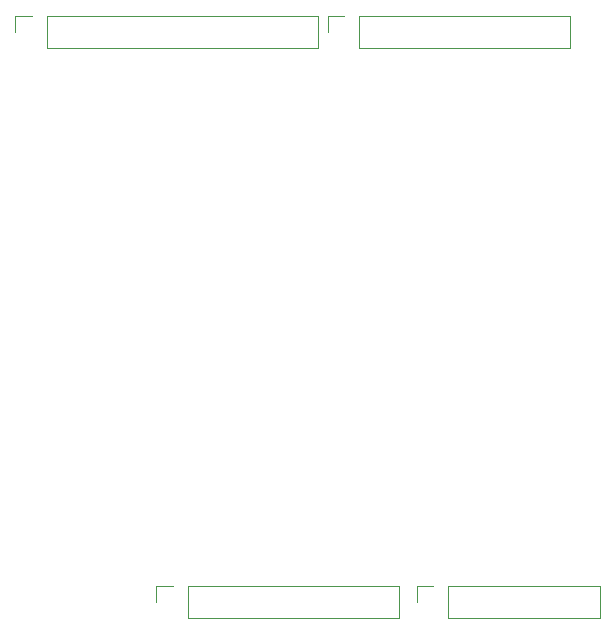
<source format=gbr>
%TF.GenerationSoftware,KiCad,Pcbnew,9.0.1*%
%TF.CreationDate,2025-05-17T19:15:48+02:00*%
%TF.ProjectId,Bandpass_Filter,42616e64-7061-4737-935f-46696c746572,v1*%
%TF.SameCoordinates,Original*%
%TF.FileFunction,Legend,Bot*%
%TF.FilePolarity,Positive*%
%FSLAX46Y46*%
G04 Gerber Fmt 4.6, Leading zero omitted, Abs format (unit mm)*
G04 Created by KiCad (PCBNEW 9.0.1) date 2025-05-17 19:15:48*
%MOMM*%
%LPD*%
G01*
G04 APERTURE LIST*
%ADD10C,0.120000*%
G04 APERTURE END LIST*
D10*
%TO.C,J1*%
X126560000Y-96080000D02*
X126560000Y-97460000D01*
X127940000Y-96080000D02*
X126560000Y-96080000D01*
X129210000Y-96080000D02*
X129210000Y-98840000D01*
X129210000Y-96080000D02*
X147100000Y-96080000D01*
X129210000Y-98840000D02*
X147100000Y-98840000D01*
X147100000Y-96080000D02*
X147100000Y-98840000D01*
%TO.C,J3*%
X148620000Y-96080000D02*
X148620000Y-97460000D01*
X150000000Y-96080000D02*
X148620000Y-96080000D01*
X151270000Y-96080000D02*
X151270000Y-98840000D01*
X151270000Y-96080000D02*
X164080000Y-96080000D01*
X151270000Y-98840000D02*
X164080000Y-98840000D01*
X164080000Y-96080000D02*
X164080000Y-98840000D01*
%TO.C,J2*%
X114620000Y-47820000D02*
X114620000Y-49200000D01*
X116000000Y-47820000D02*
X114620000Y-47820000D01*
X117270000Y-47820000D02*
X117270000Y-50580000D01*
X117270000Y-47820000D02*
X140240000Y-47820000D01*
X117270000Y-50580000D02*
X140240000Y-50580000D01*
X140240000Y-47820000D02*
X140240000Y-50580000D01*
%TO.C,J4*%
X141080000Y-47820000D02*
X141080000Y-49200000D01*
X142460000Y-47820000D02*
X141080000Y-47820000D01*
X143730000Y-47820000D02*
X143730000Y-50580000D01*
X143730000Y-47820000D02*
X161620000Y-47820000D01*
X143730000Y-50580000D02*
X161620000Y-50580000D01*
X161620000Y-47820000D02*
X161620000Y-50580000D01*
%TD*%
M02*

</source>
